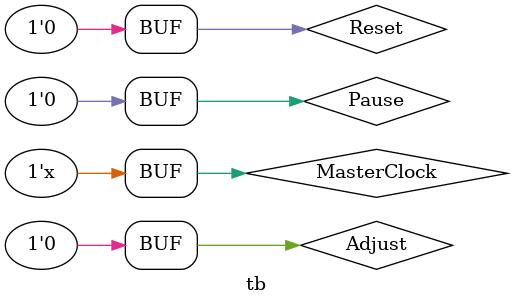
<source format=v>
`timescale 1ns / 1ps


module tb;

	// Inputs
	reg MasterClock;
	reg Pause;
	reg Adjust;
	reg Reset;

	// Outputs
	wire [2:0] MinTens;
	wire [3:0] MinOnes;
	wire [2:0] SecTens;
	wire [3:0] SecOnes;

	// Instantiate the Unit Under Test (UUT)
	Main uut (
		.MasterClock(MasterClock),
		.Pause(Pause), 
		.Adjust(Adjust), 
		.Reset(Reset), 
		.MinTens(MinTens), 
		.MinOnes(MinOnes), 
		.SecTens(SecTens), 
		.SecOnes(SecOnes),
		.An(An),
		.C(C)
	);

	initial begin
		// Initialize Inputs
		MasterClock = 0;
		Pause = 0;
		Adjust = 0;
		Reset = 1;

		// Wait 100 ns for global reset to finish
		#100;
        
		// Add stimulus here
		Reset = 0;
		
		#100000;
		//$finish;
	end
	
	always 
	begin
		#5;
		MasterClock = !MasterClock;
	end
      
endmodule


</source>
